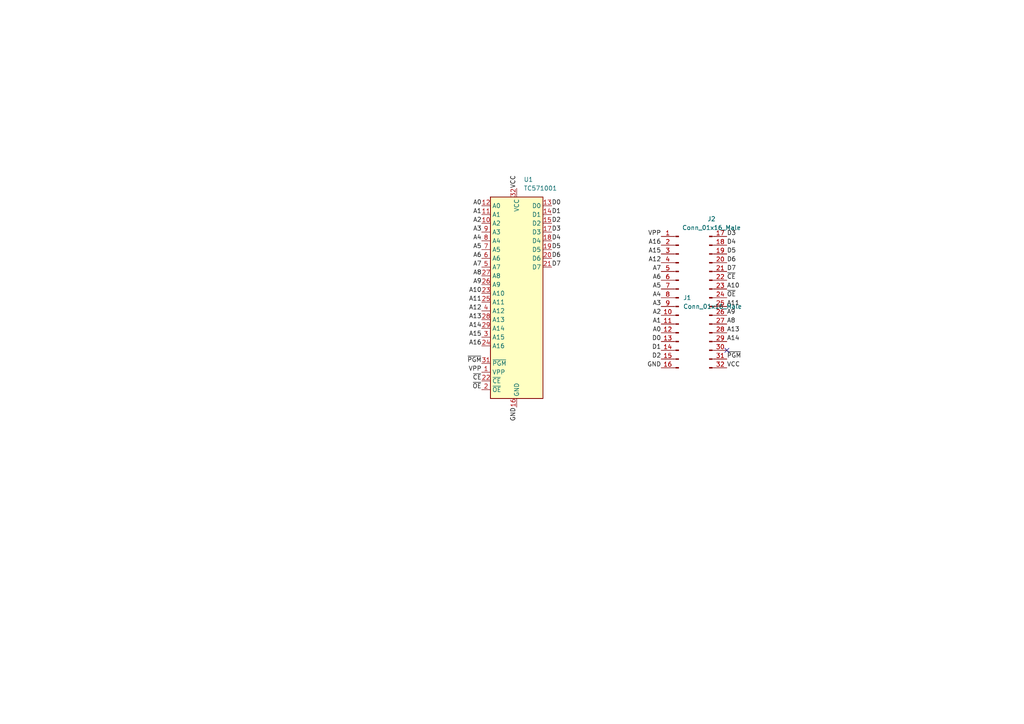
<source format=kicad_sch>
(kicad_sch (version 20211123) (generator eeschema)
  (paper "A4")
  (lib_symbols
    (symbol "27C010_1"
      (property "Reference" "U?" (at 2.0194 33.02 0))
      (property "Value" "27C010_1" (at 2.0194 30.48 0))
      (symbol "27C010_1_1_1"
        (rectangle (start -7.62 27.94) (end 7.62 -30.48) (stroke (width 0.254)) (fill (type background)))
        (pin input line (at -10.16 -22.86 0) (length 2.54) (name "VPP") (number "1"))
        (pin input line (at -10.16 20.32 0) (length 2.54) (name "A2") (number "10"))
        (pin input line (at -10.16 22.86 0) (length 2.54) (name "A1") (number "11"))
        (pin input line (at -10.16 25.4 0) (length 2.54) (name "A0") (number "12"))
        (pin tri_state line (at 10.16 25.4 180) (length 2.54) (name "D0") (number "13"))
        (pin tri_state line (at 10.16 22.86 180) (length 2.54) (name "D1") (number "14"))
        (pin tri_state line (at 10.16 20.32 180) (length 2.54) (name "D2") (number "15"))
        (pin power_in line (at 0 -33.02 90) (length 2.54) (name "GND") (number "16"))
        (pin tri_state line (at 10.16 17.78 180) (length 2.54) (name "D3") (number "17"))
        (pin tri_state line (at 10.16 15.24 180) (length 2.54) (name "D4") (number "18"))
        (pin tri_state line (at 10.16 12.7 180) (length 2.54) (name "D5") (number "19"))
        (pin input line (at -10.16 -27.94 0) (length 2.54) (name "~{OE}") (number "2"))
        (pin tri_state line (at 10.16 10.16 180) (length 2.54) (name "D6") (number "20"))
        (pin tri_state line (at 10.16 7.62 180) (length 2.54) (name "D7") (number "21"))
        (pin input line (at -10.16 -25.4 0) (length 2.54) (name "~{CE}") (number "22"))
        (pin input line (at -10.16 0 0) (length 2.54) (name "A10") (number "23"))
        (pin input line (at -10.16 -15.24 0) (length 2.54) (name "A16") (number "24"))
        (pin input line (at -10.16 -2.54 0) (length 2.54) (name "A11") (number "25"))
        (pin input line (at -10.16 2.54 0) (length 2.54) (name "A9") (number "26"))
        (pin input line (at -10.16 5.08 0) (length 2.54) (name "A8") (number "27"))
        (pin input line (at -10.16 -7.62 0) (length 2.54) (name "A13") (number "28"))
        (pin input line (at -10.16 -10.16 0) (length 2.54) (name "A14") (number "29"))
        (pin input line (at -10.16 -12.7 0) (length 2.54) (name "A15") (number "3"))
        (pin input line (at -10.16 -20.32 0) (length 2.54) (name "~{PGM}") (number "31"))
        (pin power_in line (at 0 30.48 270) (length 2.54) (name "VCC") (number "32"))
        (pin input line (at -10.16 -5.08 0) (length 2.54) (name "A12") (number "4"))
        (pin input line (at -10.16 7.62 0) (length 2.54) (name "A7") (number "5"))
        (pin input line (at -10.16 10.16 0) (length 2.54) (name "A6") (number "6"))
        (pin input line (at -10.16 12.7 0) (length 2.54) (name "A5") (number "7"))
        (pin input line (at -10.16 15.24 0) (length 2.54) (name "A4") (number "8"))
        (pin input line (at -10.16 17.78 0) (length 2.54) (name "A3") (number "9"))
      )
    )
    (symbol "Conn_01x16_Male_1" (pin_names (offset 1.016) hide)
      (property "Reference" "J?" (at 0.635 22.86 0))
      (property "Value" "Conn_01x16_Male_1" (at 0.635 20.32 0))
      (symbol "Conn_01x16_Male_1_1_1"
        (polyline (pts (xy 1.27 -20.32) (xy 0.8636 -20.32)) (stroke (width 0.1524)))
        (polyline (pts (xy 1.27 -17.78) (xy 0.8636 -17.78)) (stroke (width 0.1524)))
        (polyline (pts (xy 1.27 -15.24) (xy 0.8636 -15.24)) (stroke (width 0.1524)))
        (polyline (pts (xy 1.27 -12.7) (xy 0.8636 -12.7)) (stroke (width 0.1524)))
        (polyline (pts (xy 1.27 -10.16) (xy 0.8636 -10.16)) (stroke (width 0.1524)))
        (polyline (pts (xy 1.27 -7.62) (xy 0.8636 -7.62)) (stroke (width 0.1524)))
        (polyline (pts (xy 1.27 -5.08) (xy 0.8636 -5.08)) (stroke (width 0.1524)))
        (polyline (pts (xy 1.27 -2.54) (xy 0.8636 -2.54)) (stroke (width 0.1524)))
        (polyline (pts (xy 1.27 0) (xy 0.8636 0)) (stroke (width 0.1524)))
        (polyline (pts (xy 1.27 2.54) (xy 0.8636 2.54)) (stroke (width 0.1524)))
        (polyline (pts (xy 1.27 5.08) (xy 0.8636 5.08)) (stroke (width 0.1524)))
        (polyline (pts (xy 1.27 7.62) (xy 0.8636 7.62)) (stroke (width 0.1524)))
        (polyline (pts (xy 1.27 10.16) (xy 0.8636 10.16)) (stroke (width 0.1524)))
        (polyline (pts (xy 1.27 12.7) (xy 0.8636 12.7)) (stroke (width 0.1524)))
        (polyline (pts (xy 1.27 15.24) (xy 0.8636 15.24)) (stroke (width 0.1524)))
        (polyline (pts (xy 1.27 17.78) (xy 0.8636 17.78)) (stroke (width 0.1524)))
        (rectangle (start 0.8636 -20.193) (end 0 -20.447) (stroke (width 0.1524)) (fill (type outline)))
        (rectangle (start 0.8636 -17.653) (end 0 -17.907) (stroke (width 0.1524)) (fill (type outline)))
        (rectangle (start 0.8636 -15.113) (end 0 -15.367) (stroke (width 0.1524)) (fill (type outline)))
        (rectangle (start 0.8636 -12.573) (end 0 -12.827) (stroke (width 0.1524)) (fill (type outline)))
        (rectangle (start 0.8636 -10.033) (end 0 -10.287) (stroke (width 0.1524)) (fill (type outline)))
        (rectangle (start 0.8636 -7.493) (end 0 -7.747) (stroke (width 0.1524)) (fill (type outline)))
        (rectangle (start 0.8636 -4.953) (end 0 -5.207) (stroke (width 0.1524)) (fill (type outline)))
        (rectangle (start 0.8636 -2.413) (end 0 -2.667) (stroke (width 0.1524)) (fill (type outline)))
        (rectangle (start 0.8636 0.127) (end 0 -0.127) (stroke (width 0.1524)) (fill (type outline)))
        (rectangle (start 0.8636 2.667) (end 0 2.413) (stroke (width 0.1524)) (fill (type outline)))
        (rectangle (start 0.8636 5.207) (end 0 4.953) (stroke (width 0.1524)) (fill (type outline)))
        (rectangle (start 0.8636 7.747) (end 0 7.493) (stroke (width 0.1524)) (fill (type outline)))
        (rectangle (start 0.8636 10.287) (end 0 10.033) (stroke (width 0.1524)) (fill (type outline)))
        (rectangle (start 0.8636 12.827) (end 0 12.573) (stroke (width 0.1524)) (fill (type outline)))
        (rectangle (start 0.8636 15.367) (end 0 15.113) (stroke (width 0.1524)) (fill (type outline)))
        (rectangle (start 0.8636 17.907) (end 0 17.653) (stroke (width 0.1524)) (fill (type outline)))
        (pin passive line (at 5.08 17.78 180) (length 3.81) (name "Pin_1") (number "17"))
        (pin passive line (at 5.08 15.24 180) (length 3.81) (name "Pin_2") (number "18"))
        (pin passive line (at 5.08 12.7 180) (length 3.81) (name "Pin_3") (number "19"))
        (pin passive line (at 5.08 10.16 180) (length 3.81) (name "Pin_4") (number "20"))
        (pin passive line (at 5.08 7.62 180) (length 3.81) (name "Pin_5") (number "21"))
        (pin passive line (at 5.08 5.08 180) (length 3.81) (name "Pin_6") (number "22"))
        (pin passive line (at 5.08 2.54 180) (length 3.81) (name "Pin_7") (number "23"))
        (pin passive line (at 5.08 0 180) (length 3.81) (name "Pin_8") (number "24"))
        (pin passive line (at 5.08 -2.54 180) (length 3.81) (name "Pin_9") (number "25"))
        (pin passive line (at 5.08 -5.08 180) (length 3.81) (name "Pin_10") (number "26"))
        (pin passive line (at 5.08 -7.62 180) (length 3.81) (name "Pin_11") (number "27"))
        (pin passive line (at 5.08 -10.16 180) (length 3.81) (name "Pin_12") (number "28"))
        (pin passive line (at 5.08 -12.7 180) (length 3.81) (name "Pin_13") (number "29"))
        (pin passive line (at 5.08 -15.24 180) (length 3.81) (name "Pin_14") (number "30"))
        (pin passive line (at 5.08 -17.78 180) (length 3.81) (name "Pin_15") (number "31"))
        (pin passive line (at 5.08 -20.32 180) (length 3.81) (name "Pin_16") (number "32"))
      )
    )
    (symbol "Connector:Conn_01x16_Male" (pin_names (offset 1.016) hide)
      (property "Reference" "J" (at 0 20.32 0))
      (property "Value" "Conn_01x16_Male" (at 0 -22.86 0))
      (symbol "Conn_01x16_Male_1_1"
        (polyline (pts (xy 1.27 -20.32) (xy 0.8636 -20.32)) (stroke (width 0.1524)))
        (polyline (pts (xy 1.27 -17.78) (xy 0.8636 -17.78)) (stroke (width 0.1524)))
        (polyline (pts (xy 1.27 -15.24) (xy 0.8636 -15.24)) (stroke (width 0.1524)))
        (polyline (pts (xy 1.27 -12.7) (xy 0.8636 -12.7)) (stroke (width 0.1524)))
        (polyline (pts (xy 1.27 -10.16) (xy 0.8636 -10.16)) (stroke (width 0.1524)))
        (polyline (pts (xy 1.27 -7.62) (xy 0.8636 -7.62)) (stroke (width 0.1524)))
        (polyline (pts (xy 1.27 -5.08) (xy 0.8636 -5.08)) (stroke (width 0.1524)))
        (polyline (pts (xy 1.27 -2.54) (xy 0.8636 -2.54)) (stroke (width 0.1524)))
        (polyline (pts (xy 1.27 0) (xy 0.8636 0)) (stroke (width 0.1524)))
        (polyline (pts (xy 1.27 2.54) (xy 0.8636 2.54)) (stroke (width 0.1524)))
        (polyline (pts (xy 1.27 5.08) (xy 0.8636 5.08)) (stroke (width 0.1524)))
        (polyline (pts (xy 1.27 7.62) (xy 0.8636 7.62)) (stroke (width 0.1524)))
        (polyline (pts (xy 1.27 10.16) (xy 0.8636 10.16)) (stroke (width 0.1524)))
        (polyline (pts (xy 1.27 12.7) (xy 0.8636 12.7)) (stroke (width 0.1524)))
        (polyline (pts (xy 1.27 15.24) (xy 0.8636 15.24)) (stroke (width 0.1524)))
        (polyline (pts (xy 1.27 17.78) (xy 0.8636 17.78)) (stroke (width 0.1524)))
        (rectangle (start 0.8636 -20.193) (end 0 -20.447) (stroke (width 0.1524)) (fill (type outline)))
        (rectangle (start 0.8636 -17.653) (end 0 -17.907) (stroke (width 0.1524)) (fill (type outline)))
        (rectangle (start 0.8636 -15.113) (end 0 -15.367) (stroke (width 0.1524)) (fill (type outline)))
        (rectangle (start 0.8636 -12.573) (end 0 -12.827) (stroke (width 0.1524)) (fill (type outline)))
        (rectangle (start 0.8636 -10.033) (end 0 -10.287) (stroke (width 0.1524)) (fill (type outline)))
        (rectangle (start 0.8636 -7.493) (end 0 -7.747) (stroke (width 0.1524)) (fill (type outline)))
        (rectangle (start 0.8636 -4.953) (end 0 -5.207) (stroke (width 0.1524)) (fill (type outline)))
        (rectangle (start 0.8636 -2.413) (end 0 -2.667) (stroke (width 0.1524)) (fill (type outline)))
        (rectangle (start 0.8636 0.127) (end 0 -0.127) (stroke (width 0.1524)) (fill (type outline)))
        (rectangle (start 0.8636 2.667) (end 0 2.413) (stroke (width 0.1524)) (fill (type outline)))
        (rectangle (start 0.8636 5.207) (end 0 4.953) (stroke (width 0.1524)) (fill (type outline)))
        (rectangle (start 0.8636 7.747) (end 0 7.493) (stroke (width 0.1524)) (fill (type outline)))
        (rectangle (start 0.8636 10.287) (end 0 10.033) (stroke (width 0.1524)) (fill (type outline)))
        (rectangle (start 0.8636 12.827) (end 0 12.573) (stroke (width 0.1524)) (fill (type outline)))
        (rectangle (start 0.8636 15.367) (end 0 15.113) (stroke (width 0.1524)) (fill (type outline)))
        (rectangle (start 0.8636 17.907) (end 0 17.653) (stroke (width 0.1524)) (fill (type outline)))
        (pin passive line (at 5.08 17.78 180) (length 3.81) (name "Pin_1") (number "1"))
        (pin passive line (at 5.08 -5.08 180) (length 3.81) (name "Pin_10") (number "10"))
        (pin passive line (at 5.08 -7.62 180) (length 3.81) (name "Pin_11") (number "11"))
        (pin passive line (at 5.08 -10.16 180) (length 3.81) (name "Pin_12") (number "12"))
        (pin passive line (at 5.08 -12.7 180) (length 3.81) (name "Pin_13") (number "13"))
        (pin passive line (at 5.08 -15.24 180) (length 3.81) (name "Pin_14") (number "14"))
        (pin passive line (at 5.08 -17.78 180) (length 3.81) (name "Pin_15") (number "15"))
        (pin passive line (at 5.08 -20.32 180) (length 3.81) (name "Pin_16") (number "16"))
        (pin passive line (at 5.08 15.24 180) (length 3.81) (name "Pin_2") (number "2"))
        (pin passive line (at 5.08 12.7 180) (length 3.81) (name "Pin_3") (number "3"))
        (pin passive line (at 5.08 10.16 180) (length 3.81) (name "Pin_4") (number "4"))
        (pin passive line (at 5.08 7.62 180) (length 3.81) (name "Pin_5") (number "5"))
        (pin passive line (at 5.08 5.08 180) (length 3.81) (name "Pin_6") (number "6"))
        (pin passive line (at 5.08 2.54 180) (length 3.81) (name "Pin_7") (number "7"))
        (pin passive line (at 5.08 0 180) (length 3.81) (name "Pin_8") (number "8"))
        (pin passive line (at 5.08 -2.54 180) (length 3.81) (name "Pin_9") (number "9"))
      )
    )
  )
  (no_connect (at 210.82 101.6))
  (label "A0" (at 139.7 59.69 180))
  (label "A12" (at 139.7 90.17 180))
  (label "D7" (at 160.02 77.47 0))
  (label "~{CE}" (at 210.82 81.28 0))
  (label "D2" (at 191.77 104.14 180))
  (label "D1" (at 191.77 101.6 180))
  (label "A0" (at 191.77 96.52 180))
  (label "D0" (at 191.77 99.06 180))
  (label "D4" (at 210.82 71.12 0))
  (label "A11" (at 139.7 87.63 180))
  (label "A13" (at 139.7 92.71 180))
  (label "A16" (at 191.77 71.12 180))
  (label "A4" (at 139.7 69.85 180))
  (label "VCC" (at 149.86 54.61 90))
  (label "VCC" (at 210.82 106.68 0))
  (label "GND" (at 149.86 118.11 270))
  (label "A14" (at 139.7 95.25 180))
  (label "A7" (at 139.7 77.47 180))
  (label "A10" (at 139.7 85.09 180))
  (label "A3" (at 139.7 67.31 180))
  (label "A1" (at 191.77 93.98 180))
  (label "A16" (at 139.7 100.33 180))
  (label "A7" (at 191.77 78.74 180))
  (label "A15" (at 191.77 73.66 180))
  (label "A9" (at 139.7 82.55 180))
  (label "D2" (at 160.02 64.77 0))
  (label "~{PGM}" (at 139.7 105.41 180))
  (label "D4" (at 160.02 69.85 0))
  (label "D6" (at 160.02 74.93 0))
  (label "A5" (at 139.7 72.39 180))
  (label "A9" (at 210.82 91.44 0))
  (label "A6" (at 139.7 74.93 180))
  (label "D7" (at 210.82 78.74 0))
  (label "A3" (at 191.77 88.9 180))
  (label "A5" (at 191.77 83.82 180))
  (label "A8" (at 139.7 80.01 180))
  (label "~{CE}" (at 139.7 110.49 180))
  (label "~{OE}" (at 139.7 113.03 180))
  (label "D5" (at 160.02 72.39 0))
  (label "A6" (at 191.77 81.28 180))
  (label "D1" (at 160.02 62.23 0))
  (label "D3" (at 160.02 67.31 0))
  (label "A14" (at 210.82 99.06 0))
  (label "A11" (at 210.82 88.9 0))
  (label "A15" (at 139.7 97.79 180))
  (label "~{OE}" (at 210.82 86.36 0))
  (label "D6" (at 210.82 76.2 0))
  (label "A8" (at 210.82 93.98 0))
  (label "A2" (at 191.77 91.44 180))
  (label "A13" (at 210.82 96.52 0))
  (label "D5" (at 210.82 73.66 0))
  (label "A12" (at 191.77 76.2 180))
  (label "VPP" (at 191.77 68.58 180))
  (label "GND" (at 191.77 106.68 180))
  (label "A10" (at 210.82 83.82 0))
  (label "D3" (at 210.82 68.58 0))
  (label "A2" (at 139.7 64.77 180))
  (label "A4" (at 191.77 86.36 180))
  (label "VPP" (at 139.7 107.95 180))
  (label "A1" (at 139.7 62.23 180))
  (label "~{PGM}" (at 210.82 104.14 0))
  (label "D0" (at 160.02 59.69 0))
  (symbol (lib_id "Connector:Conn_01x16_Male") (at 196.85 86.36 0) (mirror y) (unit 1)
    (property "Reference" "J1" (at 198.12 86.3599 0) (effects (justify right)))
    (property "Value" "Conn_01x16_Male" (at 198.12 88.8999 0) (effects (justify right)))
    (property "Footprint" "Connector_PinHeader_2.54mm:PinHeader_1x16_P2.54mm_Vertical" (effects hide))
  )
  (symbol (lib_name "Conn_01x16_Male_1") (lib_id "Connector:Conn_01x16_Male") (at 205.74 86.36 0) (unit 1)
    (property "Reference" "J2" (at 206.375 63.5 0))
    (property "Value" "Conn_01x16_Male" (at 206.375 66.04 0))
    (property "Footprint" "Connector_PinHeader_2.54mm:PinHeader_1x16_P2.54mm_Vertical" (effects hide))
  )
  (symbol (lib_name "27C010_1") (lib_id "Memory_EPROM:27C010") (at 149.86 85.09 0) (unit 1)
    (property "Reference" "U1" (at 151.8794 52.07 0) (effects (justify left)))
    (property "Value" "TC571001" (at 151.8794 54.61 0) (effects (justify left)))
    (property "Footprint" "Package_DIP:DIP-32_W15.24mm_Socket" (effects hide))
    (property "Datasheet" "http://ww1.microchip.com/downloads/en/DeviceDoc/doc0321.pdf" (effects hide))
  )
)
</source>
